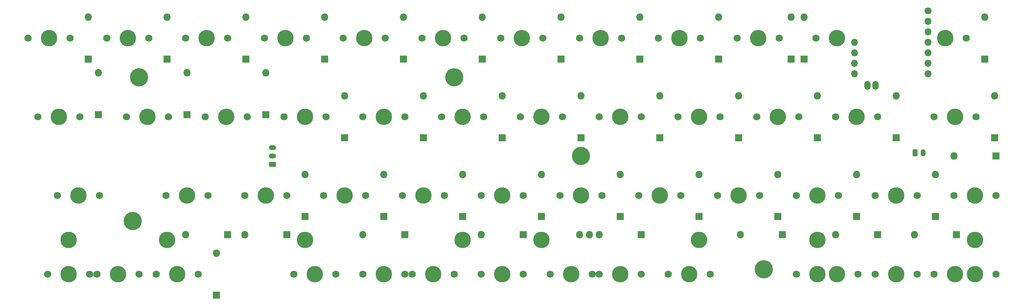
<source format=gbr>
%TF.GenerationSoftware,KiCad,Pcbnew,(6.0.10)*%
%TF.CreationDate,2023-02-21T15:14:53-06:00*%
%TF.ProjectId,Asymptote_PCB,4173796d-7074-46f7-9465-5f5043422e6b,rev?*%
%TF.SameCoordinates,Original*%
%TF.FileFunction,Soldermask,Top*%
%TF.FilePolarity,Negative*%
%FSLAX46Y46*%
G04 Gerber Fmt 4.6, Leading zero omitted, Abs format (unit mm)*
G04 Created by KiCad (PCBNEW (6.0.10)) date 2023-02-21 15:14:53*
%MOMM*%
%LPD*%
G01*
G04 APERTURE LIST*
G04 Aperture macros list*
%AMRoundRect*
0 Rectangle with rounded corners*
0 $1 Rounding radius*
0 $2 $3 $4 $5 $6 $7 $8 $9 X,Y pos of 4 corners*
0 Add a 4 corners polygon primitive as box body*
4,1,4,$2,$3,$4,$5,$6,$7,$8,$9,$2,$3,0*
0 Add four circle primitives for the rounded corners*
1,1,$1+$1,$2,$3*
1,1,$1+$1,$4,$5*
1,1,$1+$1,$6,$7*
1,1,$1+$1,$8,$9*
0 Add four rect primitives between the rounded corners*
20,1,$1+$1,$2,$3,$4,$5,0*
20,1,$1+$1,$4,$5,$6,$7,0*
20,1,$1+$1,$6,$7,$8,$9,0*
20,1,$1+$1,$8,$9,$2,$3,0*%
G04 Aperture macros list end*
%ADD10O,1.200000X1.750000*%
%ADD11RoundRect,0.250000X-0.350000X-0.625000X0.350000X-0.625000X0.350000X0.625000X-0.350000X0.625000X0*%
%ADD12O,1.750000X1.200000*%
%ADD13RoundRect,0.250000X0.625000X-0.350000X0.625000X0.350000X-0.625000X0.350000X-0.625000X-0.350000X0*%
%ADD14C,1.750000*%
%ADD15C,3.987800*%
%ADD16C,1.700000*%
%ADD17O,1.700000X1.700000*%
%ADD18O,1.500000X2.200000*%
%ADD19O,1.800000X1.800000*%
%ADD20R,1.800000X1.800000*%
%ADD21C,4.400000*%
G04 APERTURE END LIST*
D10*
%TO.C,J5*%
X246268750Y-80237500D03*
D11*
X244268750Y-80237500D03*
%TD*%
D12*
%TO.C,J4*%
X88968750Y-78962500D03*
X88968750Y-80962500D03*
D13*
X88968750Y-82962500D03*
%TD*%
D14*
%TO.C,SW12*%
X256698750Y-52387500D03*
D15*
X251618750Y-52387500D03*
%TD*%
%TO.C,SW11*%
X225425000Y-52387500D03*
D14*
X220345000Y-52387500D03*
%TD*%
D16*
%TO.C,J1*%
X247411875Y-45827750D03*
D17*
X247411875Y-48367750D03*
X247411875Y-50907750D03*
X247411875Y-53447750D03*
X247411875Y-55987750D03*
X247411875Y-58527750D03*
X247411875Y-61067750D03*
D18*
X234711875Y-63861750D03*
X232806875Y-63861750D03*
D17*
X229631875Y-61067750D03*
X229631875Y-58527750D03*
X229631875Y-55987750D03*
X229631875Y-53447750D03*
%TD*%
D14*
%TO.C,SW31*%
X158432500Y-90487500D03*
D15*
X163512500Y-90487500D03*
D14*
X168592500Y-90487500D03*
%TD*%
D19*
%TO.C,D45*%
X163195000Y-100012500D03*
%TD*%
%TO.C,D44*%
X165576250Y-100012500D03*
%TD*%
%TO.C,D43*%
X167957500Y-100012500D03*
D20*
X178117500Y-100012500D03*
%TD*%
%TO.C,D42*%
X235267500Y-100012500D03*
D19*
X225107500Y-100012500D03*
%TD*%
D20*
%TO.C,D41*%
X212248749Y-100012500D03*
D19*
X202088749Y-100012500D03*
%TD*%
D20*
%TO.C,D40*%
X254317500Y-100012500D03*
D19*
X244157500Y-100012500D03*
%TD*%
D20*
%TO.C,D39*%
X149542499Y-100012500D03*
D19*
X139382499Y-100012500D03*
%TD*%
D20*
%TO.C,D38*%
X120967499Y-100012500D03*
D19*
X110807499Y-100012500D03*
%TD*%
D20*
%TO.C,D37*%
X75406250Y-114617499D03*
D19*
X75406250Y-104457499D03*
%TD*%
D20*
%TO.C,D36*%
X263842499Y-80962500D03*
D19*
X253682499Y-80962500D03*
%TD*%
D20*
%TO.C,D35*%
X249237500Y-95567499D03*
D19*
X249237500Y-85407499D03*
%TD*%
D20*
%TO.C,D34*%
X230187500Y-95567499D03*
D19*
X230187500Y-85407499D03*
%TD*%
D20*
%TO.C,D33*%
X211137500Y-95567499D03*
D19*
X211137500Y-85407499D03*
%TD*%
D20*
%TO.C,D32*%
X192087500Y-95567500D03*
D19*
X192087500Y-85407500D03*
%TD*%
D20*
%TO.C,D31*%
X173037500Y-95567499D03*
D19*
X173037500Y-85407499D03*
%TD*%
D20*
%TO.C,D30*%
X153987500Y-95567499D03*
D19*
X153987500Y-85407499D03*
%TD*%
D20*
%TO.C,D29*%
X134937500Y-95567499D03*
D19*
X134937500Y-85407499D03*
%TD*%
D20*
%TO.C,D28*%
X115887500Y-95567499D03*
D19*
X115887500Y-85407499D03*
%TD*%
D20*
%TO.C,D27*%
X96837500Y-95567499D03*
D19*
X96837500Y-85407499D03*
%TD*%
D20*
%TO.C,D26*%
X92392499Y-100012500D03*
D19*
X82232499Y-100012500D03*
%TD*%
D20*
%TO.C,D25*%
X78105000Y-100012500D03*
D19*
X67945000Y-100012500D03*
%TD*%
D20*
%TO.C,D24*%
X263525000Y-76517499D03*
D19*
X263525000Y-66357499D03*
%TD*%
D20*
%TO.C,D23*%
X239712500Y-76517499D03*
D19*
X239712500Y-66357499D03*
%TD*%
D20*
%TO.C,D22*%
X220662500Y-76517499D03*
D19*
X220662500Y-66357499D03*
%TD*%
D20*
%TO.C,D21*%
X201612500Y-76517499D03*
D19*
X201612500Y-66357499D03*
%TD*%
D20*
%TO.C,D20*%
X182562500Y-76517499D03*
D19*
X182562500Y-66357499D03*
%TD*%
D20*
%TO.C,D19*%
X163512500Y-76517499D03*
D19*
X163512500Y-66357499D03*
%TD*%
D20*
%TO.C,D18*%
X144462500Y-76517500D03*
D19*
X144462500Y-66357500D03*
%TD*%
D20*
%TO.C,D17*%
X125412500Y-76517499D03*
D19*
X125412500Y-66357499D03*
%TD*%
D20*
%TO.C,D16*%
X106362500Y-76517499D03*
D19*
X106362500Y-66357499D03*
%TD*%
D20*
%TO.C,D15*%
X87312500Y-70961250D03*
D19*
X87312500Y-60801250D03*
%TD*%
D20*
%TO.C,D14*%
X68262500Y-70961250D03*
D19*
X68262500Y-60801250D03*
%TD*%
D20*
%TO.C,D13*%
X46831250Y-70961250D03*
D19*
X46831250Y-60801250D03*
%TD*%
D20*
%TO.C,D12*%
X261143750Y-57467499D03*
D19*
X261143750Y-47307499D03*
%TD*%
D20*
%TO.C,D11*%
X217500000Y-57467498D03*
D19*
X217500000Y-47307498D03*
%TD*%
D20*
%TO.C,D10*%
X214312500Y-57467500D03*
D19*
X214312500Y-47307500D03*
%TD*%
D20*
%TO.C,D9*%
X196850000Y-57467499D03*
D19*
X196850000Y-47307499D03*
%TD*%
D20*
%TO.C,D8*%
X177800000Y-57467499D03*
D19*
X177800000Y-47307499D03*
%TD*%
D20*
%TO.C,D7*%
X158750000Y-57467499D03*
D19*
X158750000Y-47307499D03*
%TD*%
D20*
%TO.C,D6*%
X139700000Y-57467499D03*
D19*
X139700000Y-47307499D03*
%TD*%
D20*
%TO.C,D5*%
X120650000Y-57467499D03*
D19*
X120650000Y-47307499D03*
%TD*%
D20*
%TO.C,D4*%
X101600000Y-57467499D03*
D19*
X101600000Y-47307499D03*
%TD*%
D20*
%TO.C,D3*%
X82550000Y-57467499D03*
D19*
X82550000Y-47307499D03*
%TD*%
D20*
%TO.C,D2*%
X63500000Y-57467499D03*
D19*
X63500000Y-47307499D03*
%TD*%
D20*
%TO.C,D1*%
X44450000Y-57467500D03*
D19*
X44450000Y-47307500D03*
%TD*%
D21*
%TO.C,H1*%
X132924875Y-61912500D03*
X163574875Y-80962500D03*
X207724875Y-108421500D03*
X55124875Y-96686500D03*
X56724875Y-61912500D03*
%TD*%
D14*
%TO.C,SW51*%
X149542500Y-109537500D03*
D15*
X144462500Y-109537500D03*
D14*
X139382500Y-109537500D03*
%TD*%
%TO.C,SW50*%
X178117500Y-109537500D03*
D15*
X173037500Y-109537500D03*
D14*
X167957500Y-109537500D03*
%TD*%
%TO.C,SW49*%
X120967500Y-109537500D03*
D15*
X115887500Y-109537500D03*
D14*
X110807500Y-109537500D03*
%TD*%
%TO.C,SW48*%
X263842500Y-109537500D03*
D15*
X258762500Y-109537500D03*
D14*
X253682500Y-109537500D03*
%TD*%
%TO.C,SW47*%
X225743105Y-109537500D03*
D15*
X220663105Y-109537500D03*
D14*
X215583105Y-109537500D03*
%TD*%
%TO.C,SW46*%
X259080000Y-109537500D03*
D15*
X254000000Y-109537500D03*
D14*
X248920000Y-109537500D03*
%TD*%
%TO.C,SW45*%
X230505000Y-109537500D03*
D15*
X225425000Y-109537500D03*
D14*
X220345000Y-109537500D03*
%TD*%
%TO.C,SW44*%
X70961250Y-109537500D03*
D15*
X65881250Y-109537500D03*
D14*
X60801250Y-109537500D03*
%TD*%
%TO.C,SW43*%
X44768105Y-109537500D03*
D15*
X39688105Y-109537500D03*
D14*
X34608105Y-109537500D03*
%TD*%
%TO.C,SW42*%
X244792500Y-109537500D03*
D15*
X239712500Y-109537500D03*
D14*
X234632500Y-109537500D03*
%TD*%
%TO.C,SW41*%
X194786250Y-109537500D03*
D15*
X189706250Y-109537500D03*
D14*
X184626250Y-109537500D03*
%TD*%
%TO.C,SW40*%
X156051250Y-109537500D03*
D15*
X161131250Y-109537500D03*
D14*
X166211250Y-109537500D03*
%TD*%
%TO.C,SW39*%
X122713750Y-109537500D03*
D15*
X127793750Y-109537500D03*
D14*
X132873750Y-109537500D03*
%TD*%
%TO.C,SW38*%
X104298750Y-109537500D03*
D15*
X99218750Y-109537500D03*
D14*
X94138750Y-109537500D03*
%TD*%
%TO.C,SW37*%
X56673750Y-109537500D03*
D15*
X51593750Y-109537500D03*
D14*
X46513750Y-109537500D03*
%TD*%
D15*
%TO.C,S4*%
X220662500Y-101282500D03*
X258762500Y-101282500D03*
%TD*%
%TO.C,S3*%
X153987500Y-101282500D03*
X192087500Y-101282500D03*
%TD*%
%TO.C,S2*%
X134937500Y-101282500D03*
X96837500Y-101282500D03*
%TD*%
%TO.C,S1*%
X39687500Y-101282500D03*
X63500000Y-101282500D03*
%TD*%
D14*
%TO.C,SW36*%
X263842500Y-90487500D03*
D15*
X258762500Y-90487500D03*
D14*
X253682500Y-90487500D03*
%TD*%
%TO.C,SW35*%
X244792500Y-90487500D03*
D15*
X239712500Y-90487500D03*
D14*
X234632500Y-90487500D03*
%TD*%
%TO.C,SW34*%
X225742500Y-90487500D03*
D15*
X220662500Y-90487500D03*
D14*
X215582500Y-90487500D03*
%TD*%
%TO.C,SW33*%
X206692500Y-90487500D03*
D15*
X201612500Y-90487500D03*
D14*
X196532500Y-90487500D03*
%TD*%
%TO.C,SW32*%
X187642500Y-90487500D03*
D15*
X182562500Y-90487500D03*
D14*
X177482500Y-90487500D03*
%TD*%
%TO.C,SW30*%
X149542500Y-90487500D03*
D15*
X144462500Y-90487500D03*
D14*
X139382500Y-90487500D03*
%TD*%
%TO.C,SW29*%
X120332500Y-90487500D03*
D15*
X125412500Y-90487500D03*
D14*
X130492500Y-90487500D03*
%TD*%
%TO.C,SW28*%
X111442500Y-90487500D03*
D15*
X106362500Y-90487500D03*
D14*
X101282500Y-90487500D03*
%TD*%
%TO.C,SW27*%
X92392500Y-90487500D03*
D15*
X87312500Y-90487500D03*
D14*
X82232500Y-90487500D03*
%TD*%
%TO.C,SW26*%
X63182500Y-90487500D03*
D15*
X68262500Y-90487500D03*
D14*
X73342500Y-90487500D03*
%TD*%
%TO.C,SW25*%
X47148750Y-90487500D03*
D15*
X42068750Y-90487500D03*
D14*
X36988750Y-90487500D03*
%TD*%
%TO.C,SW24*%
X259080000Y-71437500D03*
D15*
X254000000Y-71437500D03*
D14*
X248920000Y-71437500D03*
%TD*%
%TO.C,SW23*%
X235267500Y-71437500D03*
D15*
X230187500Y-71437500D03*
D14*
X225107500Y-71437500D03*
%TD*%
%TO.C,SW22*%
X216217500Y-71437500D03*
D15*
X211137500Y-71437500D03*
D14*
X206057500Y-71437500D03*
%TD*%
%TO.C,SW21*%
X187007500Y-71437500D03*
D15*
X192087500Y-71437500D03*
D14*
X197167500Y-71437500D03*
%TD*%
%TO.C,SW20*%
X178117500Y-71437500D03*
D15*
X173037500Y-71437500D03*
D14*
X167957500Y-71437500D03*
%TD*%
%TO.C,SW19*%
X159067500Y-71437500D03*
D15*
X153987500Y-71437500D03*
D14*
X148907500Y-71437500D03*
%TD*%
%TO.C,SW18*%
X140017500Y-71437500D03*
D15*
X134937500Y-71437500D03*
D14*
X129857500Y-71437500D03*
%TD*%
%TO.C,SW17*%
X120967500Y-71437500D03*
D15*
X115887500Y-71437500D03*
D14*
X110807500Y-71437500D03*
%TD*%
%TO.C,SW16*%
X101917500Y-71437500D03*
D15*
X96837500Y-71437500D03*
D14*
X91757500Y-71437500D03*
%TD*%
%TO.C,SW15*%
X82867500Y-71437500D03*
D15*
X77787500Y-71437500D03*
D14*
X72707500Y-71437500D03*
%TD*%
%TO.C,SW14*%
X63817500Y-71437500D03*
D15*
X58737500Y-71437500D03*
D14*
X53657500Y-71437500D03*
%TD*%
%TO.C,SW13*%
X42386250Y-71437500D03*
D15*
X37306250Y-71437500D03*
D14*
X32226250Y-71437500D03*
%TD*%
%TO.C,SW10*%
X211455000Y-52387500D03*
D15*
X206375000Y-52387500D03*
D14*
X201295000Y-52387500D03*
%TD*%
%TO.C,SW9*%
X192405000Y-52387500D03*
D15*
X187325000Y-52387500D03*
D14*
X182245000Y-52387500D03*
%TD*%
%TO.C,SW8*%
X163195000Y-52387500D03*
D15*
X168275000Y-52387500D03*
D14*
X173355000Y-52387500D03*
%TD*%
%TO.C,SW7*%
X154305000Y-52387500D03*
D15*
X149225000Y-52387500D03*
D14*
X144145000Y-52387500D03*
%TD*%
%TO.C,SW6*%
X135255000Y-52387500D03*
D15*
X130175000Y-52387500D03*
D14*
X125095000Y-52387500D03*
%TD*%
%TO.C,SW5*%
X116205000Y-52387500D03*
D15*
X111125000Y-52387500D03*
D14*
X106045000Y-52387500D03*
%TD*%
%TO.C,SW4*%
X97155000Y-52387500D03*
D15*
X92075000Y-52387500D03*
D14*
X86995000Y-52387500D03*
%TD*%
%TO.C,SW3*%
X78105000Y-52387500D03*
D15*
X73025000Y-52387500D03*
D14*
X67945000Y-52387500D03*
%TD*%
%TO.C,SW2*%
X59055000Y-52387500D03*
D15*
X53975000Y-52387500D03*
D14*
X48895000Y-52387500D03*
%TD*%
%TO.C,SW1*%
X40005000Y-52387500D03*
D15*
X34925000Y-52387500D03*
D14*
X29845000Y-52387500D03*
%TD*%
M02*

</source>
